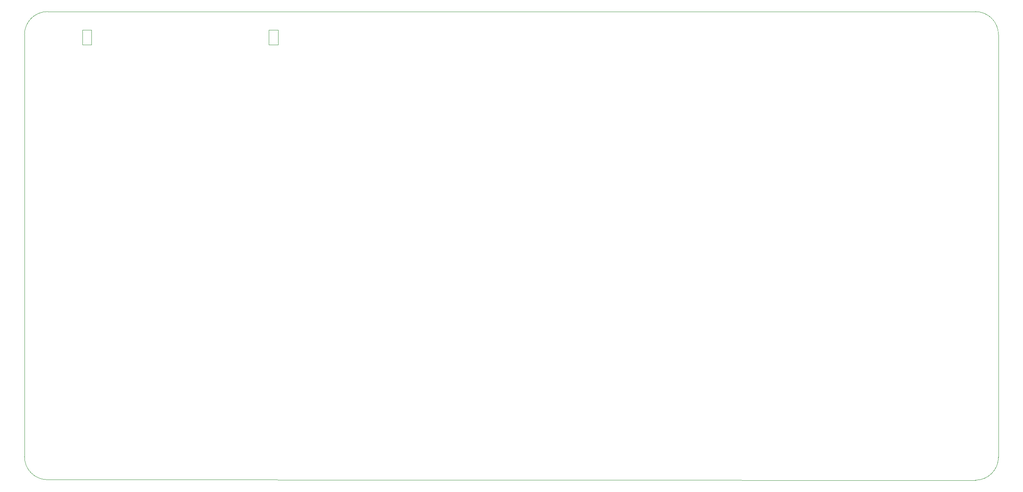
<source format=gbr>
%TF.GenerationSoftware,KiCad,Pcbnew,9.0.6*%
%TF.CreationDate,2025-10-31T15:30:13+00:00*%
%TF.ProjectId,SCART_Invader,53434152-545f-4496-9e76-616465722e6b,rev?*%
%TF.SameCoordinates,Original*%
%TF.FileFunction,Profile,NP*%
%FSLAX46Y46*%
G04 Gerber Fmt 4.6, Leading zero omitted, Abs format (unit mm)*
G04 Created by KiCad (PCBNEW 9.0.6) date 2025-10-31 15:30:13*
%MOMM*%
%LPD*%
G01*
G04 APERTURE LIST*
%TA.AperFunction,Profile*%
%ADD10C,0.050000*%
%TD*%
G04 APERTURE END LIST*
D10*
X247100000Y-141500000D02*
X247100000Y-49500000D01*
X40100000Y-146400000D02*
G75*
G02*
X35100000Y-141400000I0J5000000D01*
G01*
X40100000Y-146400000D02*
X242100000Y-146500000D01*
X247100000Y-141500000D02*
G75*
G02*
X242100000Y-146500000I-5000000J0D01*
G01*
X242100000Y-44500000D02*
G75*
G02*
X247100000Y-49500000I0J-5000000D01*
G01*
X35100000Y-49500000D02*
X35100000Y-141400000D01*
X35100000Y-49500000D02*
G75*
G02*
X40100000Y-44500000I5000000J0D01*
G01*
X40100000Y-44500000D02*
X242100000Y-44500000D01*
%TO.C,J3*%
X47700000Y-48480000D02*
X49700000Y-48480000D01*
X49700000Y-51680000D01*
X47700000Y-51680000D01*
X47700000Y-48480000D01*
X88300000Y-48480000D02*
X90300000Y-48480000D01*
X90300000Y-51680000D01*
X88300000Y-51680000D01*
X88300000Y-48480000D01*
%TD*%
M02*

</source>
